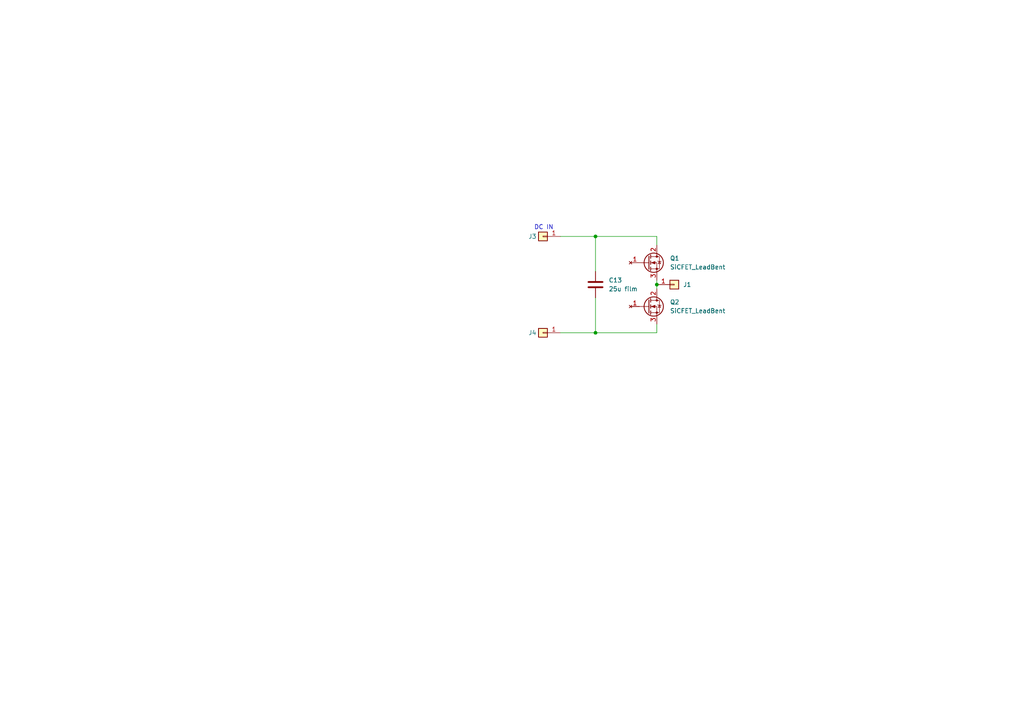
<source format=kicad_sch>
(kicad_sch (version 20250114) (generator "eeschema") (generator_version "9.0")
  (paper "A4")
  (lib_symbols
    (symbol "Connector_Generic:Conn_01x01" (pin_names (offset 1.016) (hide yes))
      (property "Reference" "J" (at 0 2.54 0))
      (property "Value" "Conn_01x01" (at 0 -2.54 0))
      (symbol "Conn_01x01_1_1"
        (rectangle (start -1.27 1.27) (end 1.27 -1.27) (stroke (width 0.254)) (fill (type background)))
        (rectangle (start -1.27 0.127) (end 0 -0.127) (stroke (width 0.1524)))
        (pin passive line (at -5.08 0 0) (length 3.81) (name "Pin_1") (number "1"))
      )
    )
    (symbol "Device:C" (pin_numbers (hide yes)) (pin_names (offset 0.254))
      (property "Reference" "C" (at 0.635 2.54 0))
      (property "Value" "C" (at 0.635 -2.54 0))
      (symbol "C_0_1"
        (polyline (pts (xy -2.032 0.762) (xy 2.032 0.762)) (stroke (width 0.508)))
        (polyline (pts (xy -2.032 -0.762) (xy 2.032 -0.762)) (stroke (width 0.508)))
      )
      (symbol "C_1_1"
        (pin passive line (at 0 3.81 270) (length 2.794) (name "~") (number "1"))
        (pin passive line (at 0 -3.81 90) (length 2.794) (name "~") (number "2"))
      )
    )
    (symbol "Project:SiCFET_LeadBent" (pin_names (hide yes))
      (property "Reference" "Q" (at 5.08 1.905 0))
      (property "Value" "SiCFET_LeadBent" (at 5.08 0 0))
      (symbol "SiCFET_LeadBent_0_1"
        (polyline (pts (xy 0.254 1.905) (xy 0.254 -1.905)) (stroke (width 0.254)))
        (polyline (pts (xy 0.254 0) (xy -2.54 0)))
        (polyline (pts (xy 0.762 2.286) (xy 0.762 1.27)) (stroke (width 0.254)))
        (polyline (pts (xy 0.762 0.508) (xy 0.762 -0.508)) (stroke (width 0.254)))
        (polyline (pts (xy 0.762 -1.27) (xy 0.762 -2.286)) (stroke (width 0.254)))
        (polyline (pts (xy 0.762 -1.778) (xy 3.302 -1.778) (xy 3.302 1.778) (xy 0.762 1.778)))
        (polyline (pts (xy 1.016 0) (xy 2.032 0.381) (xy 2.032 -0.381) (xy 1.016 0)) (fill (type outline)))
        (circle (center 1.651 0) (radius 2.794) (stroke (width 0.254)))
        (polyline (pts (xy 2.54 2.54) (xy 2.54 1.778)))
        (circle (center 2.54 1.778) (radius 0.254) (fill (type outline)))
        (circle (center 2.54 -1.778) (radius 0.254) (fill (type outline)))
        (polyline (pts (xy 2.54 -2.54) (xy 2.54 0) (xy 0.762 0)))
        (polyline (pts (xy 2.794 0.508) (xy 2.921 0.381) (xy 3.683 0.381) (xy 3.81 0.254)))
        (polyline (pts (xy 3.302 0.381) (xy 2.921 -0.254) (xy 3.683 -0.254) (xy 3.302 0.381)))
      )
      (symbol "SiCFET_LeadBent_1_1"
        (pin no_connect line (at -5.08 0 0) (length 2.54) (name "G") (number "1"))
        (pin passive line (at 2.54 5.08 270) (length 2.54) (name "D") (number "2"))
        (pin passive line (at 2.54 -5.08 90) (length 2.54) (name "S") (number "3"))
      )
    )
  )
  (text "DC IN" (at 157.734 66.04 0) (effects (font (size 1.27 1.27))))
  (junction (at 172.72 96.52))
  (junction (at 172.72 68.58))
  (junction (at 190.5 82.55))
  (wire (pts (xy 172.72 68.58) (xy 190.5 68.58)))
  (wire (pts (xy 172.72 96.52) (xy 190.5 96.52)))
  (wire (pts (xy 190.5 68.58) (xy 190.5 71.12)))
  (wire (pts (xy 190.5 81.28) (xy 190.5 82.55)))
  (wire (pts (xy 162.56 68.58) (xy 172.72 68.58)))
  (wire (pts (xy 190.5 82.55) (xy 190.5 83.82)))
  (wire (pts (xy 162.56 96.52) (xy 172.72 96.52)))
  (wire (pts (xy 172.72 68.58) (xy 172.72 78.74)))
  (wire (pts (xy 172.72 86.36) (xy 172.72 96.52)))
  (wire (pts (xy 190.5 96.52) (xy 190.5 93.98)))
  (symbol (lib_id "Connector_Generic:Conn_01x01") (at 157.48 96.52 180) (unit 1)
    (property "Reference" "J4" (at 154.432 96.52 0))
    (property "Value" "Conn_01x01" (effects (hide yes)))
    (property "Footprint" "Project:WirePad_8AWG" (effects (hide yes)))
    (property "Description" "Generic connector, single row, 01x01, script generated (kicad-library-utils/schlib/autogen/connector/)" (effects (hide yes)))
  )
  (symbol (lib_id "Connector_Generic:Conn_01x01") (at 195.58 82.55 0) (unit 1)
    (property "Reference" "J1" (at 198.12 82.5499 0) (effects (justify left)))
    (property "Value" "Conn_01x01" (effects (hide yes)))
    (property "Footprint" "Project:WirePad_8AWG" (effects (hide yes)))
    (property "Description" "Generic connector, single row, 01x01, script generated (kicad-library-utils/schlib/autogen/connector/)" (effects (hide yes)))
  )
  (symbol (lib_id "Device:C") (at 172.72 82.55 0) (unit 1)
    (property "Reference" "C13" (at 176.53 81.2799 0) (effects (justify left)))
    (property "Value" "25u film" (at 176.53 83.8199 0) (effects (justify left)))
    (property "Footprint" "Project:EZPV1B256MTB" (effects (hide yes)))
    (property "Description" "Unpolarized capacitor" (effects (hide yes)))
  )
  (symbol (lib_id "Project:SiCFET_LeadBent") (at 187.96 76.2 0) (unit 1)
    (property "Reference" "Q1" (at 194.31 74.9299 0) (effects (justify left)))
    (property "Value" "SiCFET_LeadBent" (at 194.31 77.4699 0) (effects (justify left)))
    (property "Footprint" "Project:PG-TO247 Bent" (effects (hide yes)))
  )
  (symbol (lib_id "Connector_Generic:Conn_01x01") (at 157.48 68.58 180) (unit 1)
    (property "Reference" "J3" (at 154.432 68.58 0))
    (property "Value" "Conn_01x01" (effects (hide yes)))
    (property "Footprint" "Project:WirePad_8AWG" (effects (hide yes)))
    (property "Description" "Generic connector, single row, 01x01, script generated (kicad-library-utils/schlib/autogen/connector/)" (effects (hide yes)))
  )
  (symbol (lib_id "Project:SiCFET_LeadBent") (at 187.96 88.9 0) (unit 1)
    (property "Reference" "Q2" (at 194.31 87.6299 0) (effects (justify left)))
    (property "Value" "SiCFET_LeadBent" (at 194.31 90.1699 0) (effects (justify left)))
    (property "Footprint" "Project:PG-TO247 Bent" (effects (hide yes)))
  )
)
</source>
